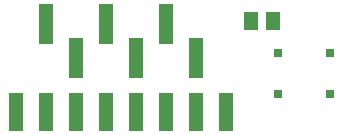
<source format=gbr>
G04 EAGLE Gerber RS-274X export*
G75*
%MOMM*%
%FSLAX34Y34*%
%LPD*%
%INSolderpaste Top*%
%IPPOS*%
%AMOC8*
5,1,8,0,0,1.08239X$1,22.5*%
G01*
%ADD10R,1.284259X3.190291*%
%ADD11R,1.280969X3.190800*%
%ADD12R,1.271981X3.183059*%
%ADD13R,1.272400X3.188659*%
%ADD14R,1.269141X3.189309*%
%ADD15R,1.266341X3.187919*%
%ADD16R,1.263441X3.187881*%
%ADD17R,1.256909X3.190900*%
%ADD18R,1.270000X3.180000*%
%ADD19R,1.281759X3.430428*%
%ADD20R,1.278850X3.436319*%
%ADD21R,1.271969X3.430262*%
%ADD22R,1.269197X3.434009*%
%ADD23R,1.264659X3.430428*%
%ADD24R,1.261869X3.434519*%
%ADD25R,1.270000X3.430000*%
%ADD26R,0.700000X0.700000*%
%ADD27R,1.300000X1.500000*%


D10*
X274121Y137781D03*
D11*
X248705Y137784D03*
D12*
X223260Y137745D03*
D13*
X197862Y137773D03*
D14*
X172446Y137777D03*
D15*
X147032Y137770D03*
D16*
X121617Y137769D03*
D17*
X96185Y137785D03*
D18*
X274050Y137730D03*
X248650Y137730D03*
X223250Y137730D03*
X197850Y137730D03*
X172450Y137730D03*
X147050Y137730D03*
X121650Y137730D03*
X96250Y137730D03*
D19*
X121861Y212598D03*
D20*
X147276Y183368D03*
D21*
X172710Y212599D03*
D22*
X198124Y183380D03*
D23*
X223547Y212598D03*
D24*
X248961Y183377D03*
D25*
X121920Y212600D03*
X147320Y183400D03*
X172720Y212600D03*
X198120Y183400D03*
X223520Y212600D03*
X248920Y183400D03*
D26*
X318110Y187680D03*
X362610Y187680D03*
X362610Y152680D03*
X318110Y152680D03*
D27*
X314300Y214503D03*
X295300Y214503D03*
M02*

</source>
